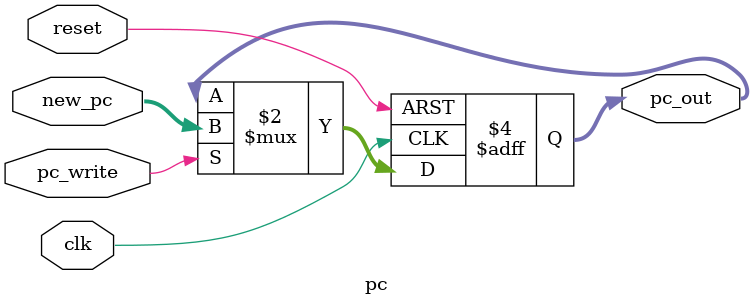
<source format=v>
module pc (
    input clk,
    input reset,
    input pc_write, // Hazard detection'dan gelen stall sinyali ile kontrol edilir (stall varsa 0)
    input [15:0] new_pc,
    output reg [15:0] pc_out
);

    always @(posedge clk or posedge reset) begin
        if (reset) begin
            pc_out <= 16'd0;
        end else if (pc_write) begin
            pc_out <= new_pc;
        end
    end

endmodule

</source>
